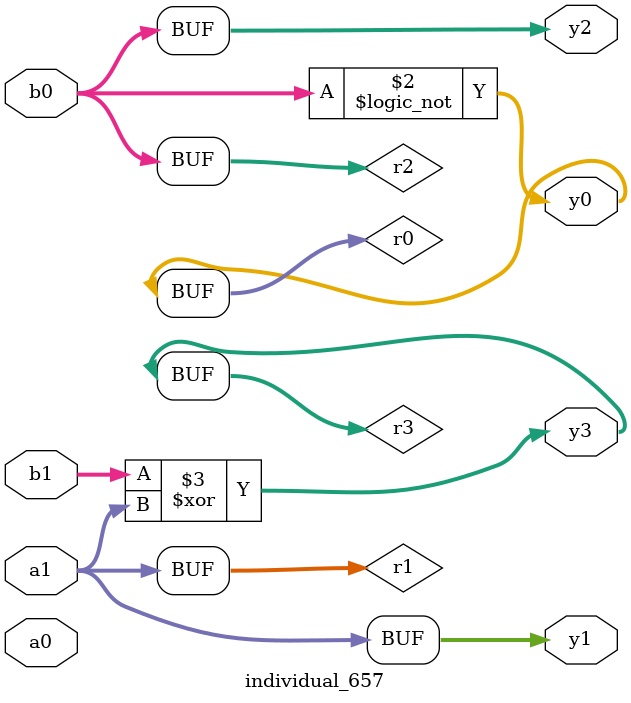
<source format=sv>
module individual_657(input logic [15:0] a1, input logic [15:0] a0, input logic [15:0] b1, input logic [15:0] b0, output logic [15:0] y3, output logic [15:0] y2, output logic [15:0] y1, output logic [15:0] y0);
logic [15:0] r0, r1, r2, r3; 
 always@(*) begin 
	 r0 = a0; r1 = a1; r2 = b0; r3 = b1; 
 	 r0 = ! b0 ;
 	 r3  ^=  r1 ;
 	 y3 = r3; y2 = r2; y1 = r1; y0 = r0; 
end
endmodule
</source>
